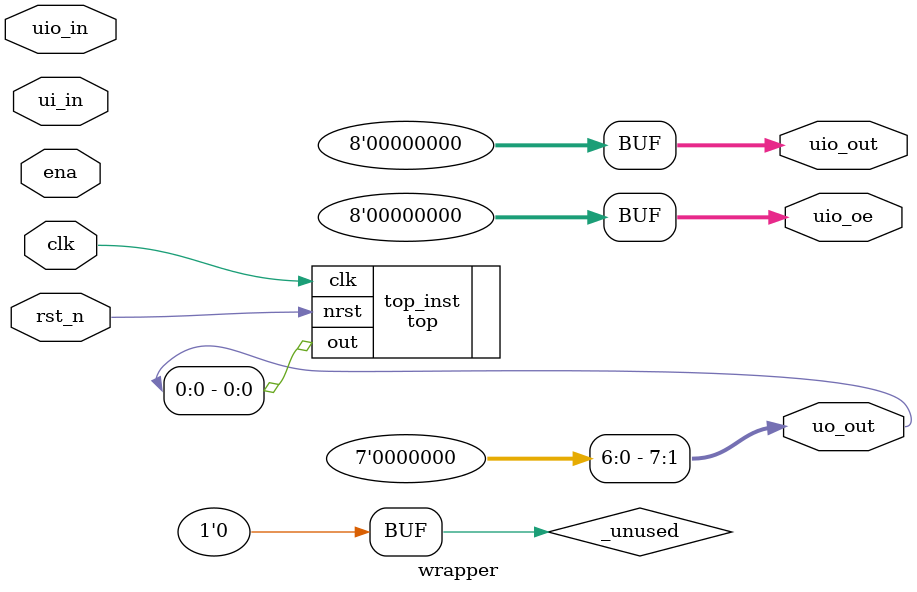
<source format=v>
`default_nettype none

module wrapper (
`ifdef USE_POWER_PINS
    inout VPWR,
    inout VGND,
`endif
    input  wire [7:0] ui_in,    // Dedicated inputs
    output wire [7:0] uo_out,   // Dedicated outputs
    input  wire [7:0] uio_in,   // IOs: Input path
    output wire [7:0] uio_out,  // IOs: Output path
    output wire [7:0] uio_oe,   // IOs: Enable path (active high: 0=input, 1=output)
    input  wire       ena,      // always 1 when the design is powered, so you can ignore it
    input  wire       clk,      // clock
    input  wire       rst_n     // reset_n - low to reset
);

  // All output pins must be assigned. If not used, assign to 0.
  assign uo_out[7:1] = '0;
  assign uio_out = '0;
  assign uio_oe  = '0;

  top #() top_inst(.clk(clk), .nrst(rst_n), .out(uo_out[0]));

  // List all unused inputs to prevent warnings
  wire _unused = &{ena, clk, rst_n, 1'b0};

endmodule
</source>
